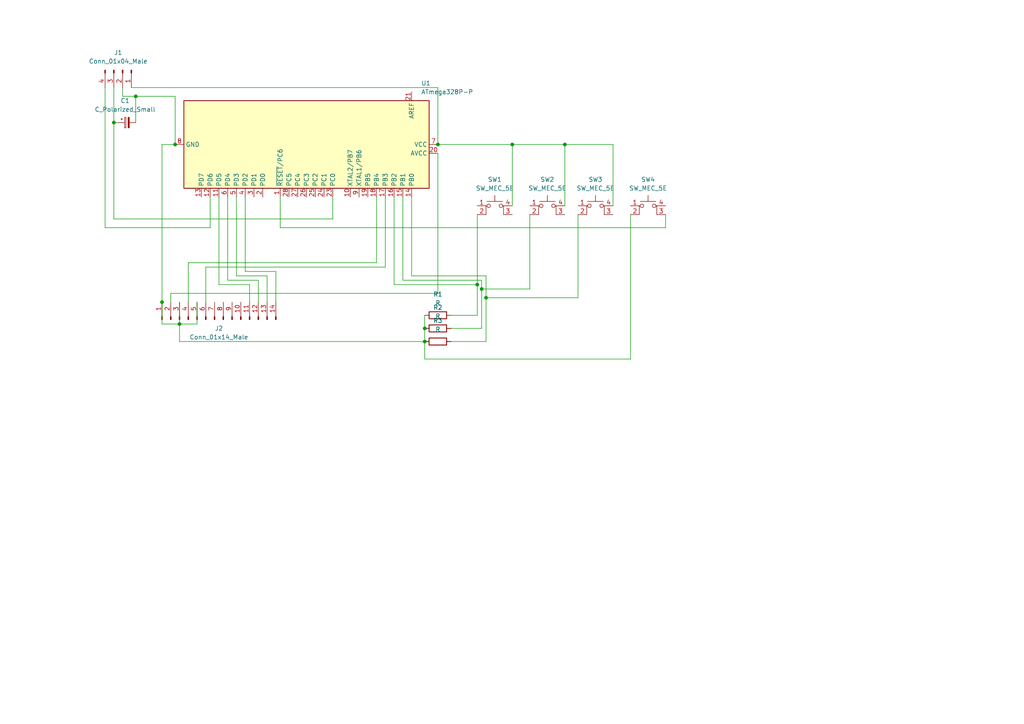
<source format=kicad_sch>
(kicad_sch (version 20211123) (generator eeschema)

  (uuid d199c38c-f5a7-45b5-b272-d435031b4eb2)

  (paper "A4")

  (lib_symbols
    (symbol "Connector:Conn_01x04_Male" (pin_names (offset 1.016) hide) (in_bom yes) (on_board yes)
      (property "Reference" "J" (id 0) (at 0 5.08 0)
        (effects (font (size 1.27 1.27)))
      )
      (property "Value" "Conn_01x04_Male" (id 1) (at 0 -7.62 0)
        (effects (font (size 1.27 1.27)))
      )
      (property "Footprint" "" (id 2) (at 0 0 0)
        (effects (font (size 1.27 1.27)) hide)
      )
      (property "Datasheet" "~" (id 3) (at 0 0 0)
        (effects (font (size 1.27 1.27)) hide)
      )
      (property "ki_keywords" "connector" (id 4) (at 0 0 0)
        (effects (font (size 1.27 1.27)) hide)
      )
      (property "ki_description" "Generic connector, single row, 01x04, script generated (kicad-library-utils/schlib/autogen/connector/)" (id 5) (at 0 0 0)
        (effects (font (size 1.27 1.27)) hide)
      )
      (property "ki_fp_filters" "Connector*:*_1x??_*" (id 6) (at 0 0 0)
        (effects (font (size 1.27 1.27)) hide)
      )
      (symbol "Conn_01x04_Male_1_1"
        (polyline
          (pts
            (xy 1.27 -5.08)
            (xy 0.8636 -5.08)
          )
          (stroke (width 0.1524) (type default) (color 0 0 0 0))
          (fill (type none))
        )
        (polyline
          (pts
            (xy 1.27 -2.54)
            (xy 0.8636 -2.54)
          )
          (stroke (width 0.1524) (type default) (color 0 0 0 0))
          (fill (type none))
        )
        (polyline
          (pts
            (xy 1.27 0)
            (xy 0.8636 0)
          )
          (stroke (width 0.1524) (type default) (color 0 0 0 0))
          (fill (type none))
        )
        (polyline
          (pts
            (xy 1.27 2.54)
            (xy 0.8636 2.54)
          )
          (stroke (width 0.1524) (type default) (color 0 0 0 0))
          (fill (type none))
        )
        (rectangle (start 0.8636 -4.953) (end 0 -5.207)
          (stroke (width 0.1524) (type default) (color 0 0 0 0))
          (fill (type outline))
        )
        (rectangle (start 0.8636 -2.413) (end 0 -2.667)
          (stroke (width 0.1524) (type default) (color 0 0 0 0))
          (fill (type outline))
        )
        (rectangle (start 0.8636 0.127) (end 0 -0.127)
          (stroke (width 0.1524) (type default) (color 0 0 0 0))
          (fill (type outline))
        )
        (rectangle (start 0.8636 2.667) (end 0 2.413)
          (stroke (width 0.1524) (type default) (color 0 0 0 0))
          (fill (type outline))
        )
        (pin passive line (at 5.08 2.54 180) (length 3.81)
          (name "Pin_1" (effects (font (size 1.27 1.27))))
          (number "1" (effects (font (size 1.27 1.27))))
        )
        (pin passive line (at 5.08 0 180) (length 3.81)
          (name "Pin_2" (effects (font (size 1.27 1.27))))
          (number "2" (effects (font (size 1.27 1.27))))
        )
        (pin passive line (at 5.08 -2.54 180) (length 3.81)
          (name "Pin_3" (effects (font (size 1.27 1.27))))
          (number "3" (effects (font (size 1.27 1.27))))
        )
        (pin passive line (at 5.08 -5.08 180) (length 3.81)
          (name "Pin_4" (effects (font (size 1.27 1.27))))
          (number "4" (effects (font (size 1.27 1.27))))
        )
      )
    )
    (symbol "Connector:Conn_01x14_Male" (pin_names (offset 1.016) hide) (in_bom yes) (on_board yes)
      (property "Reference" "J" (id 0) (at 0 17.78 0)
        (effects (font (size 1.27 1.27)))
      )
      (property "Value" "Conn_01x14_Male" (id 1) (at 0 -20.32 0)
        (effects (font (size 1.27 1.27)))
      )
      (property "Footprint" "" (id 2) (at 0 0 0)
        (effects (font (size 1.27 1.27)) hide)
      )
      (property "Datasheet" "~" (id 3) (at 0 0 0)
        (effects (font (size 1.27 1.27)) hide)
      )
      (property "ki_keywords" "connector" (id 4) (at 0 0 0)
        (effects (font (size 1.27 1.27)) hide)
      )
      (property "ki_description" "Generic connector, single row, 01x14, script generated (kicad-library-utils/schlib/autogen/connector/)" (id 5) (at 0 0 0)
        (effects (font (size 1.27 1.27)) hide)
      )
      (property "ki_fp_filters" "Connector*:*_1x??_*" (id 6) (at 0 0 0)
        (effects (font (size 1.27 1.27)) hide)
      )
      (symbol "Conn_01x14_Male_1_1"
        (polyline
          (pts
            (xy 1.27 -17.78)
            (xy 0.8636 -17.78)
          )
          (stroke (width 0.1524) (type default) (color 0 0 0 0))
          (fill (type none))
        )
        (polyline
          (pts
            (xy 1.27 -15.24)
            (xy 0.8636 -15.24)
          )
          (stroke (width 0.1524) (type default) (color 0 0 0 0))
          (fill (type none))
        )
        (polyline
          (pts
            (xy 1.27 -12.7)
            (xy 0.8636 -12.7)
          )
          (stroke (width 0.1524) (type default) (color 0 0 0 0))
          (fill (type none))
        )
        (polyline
          (pts
            (xy 1.27 -10.16)
            (xy 0.8636 -10.16)
          )
          (stroke (width 0.1524) (type default) (color 0 0 0 0))
          (fill (type none))
        )
        (polyline
          (pts
            (xy 1.27 -7.62)
            (xy 0.8636 -7.62)
          )
          (stroke (width 0.1524) (type default) (color 0 0 0 0))
          (fill (type none))
        )
        (polyline
          (pts
            (xy 1.27 -5.08)
            (xy 0.8636 -5.08)
          )
          (stroke (width 0.1524) (type default) (color 0 0 0 0))
          (fill (type none))
        )
        (polyline
          (pts
            (xy 1.27 -2.54)
            (xy 0.8636 -2.54)
          )
          (stroke (width 0.1524) (type default) (color 0 0 0 0))
          (fill (type none))
        )
        (polyline
          (pts
            (xy 1.27 0)
            (xy 0.8636 0)
          )
          (stroke (width 0.1524) (type default) (color 0 0 0 0))
          (fill (type none))
        )
        (polyline
          (pts
            (xy 1.27 2.54)
            (xy 0.8636 2.54)
          )
          (stroke (width 0.1524) (type default) (color 0 0 0 0))
          (fill (type none))
        )
        (polyline
          (pts
            (xy 1.27 5.08)
            (xy 0.8636 5.08)
          )
          (stroke (width 0.1524) (type default) (color 0 0 0 0))
          (fill (type none))
        )
        (polyline
          (pts
            (xy 1.27 7.62)
            (xy 0.8636 7.62)
          )
          (stroke (width 0.1524) (type default) (color 0 0 0 0))
          (fill (type none))
        )
        (polyline
          (pts
            (xy 1.27 10.16)
            (xy 0.8636 10.16)
          )
          (stroke (width 0.1524) (type default) (color 0 0 0 0))
          (fill (type none))
        )
        (polyline
          (pts
            (xy 1.27 12.7)
            (xy 0.8636 12.7)
          )
          (stroke (width 0.1524) (type default) (color 0 0 0 0))
          (fill (type none))
        )
        (polyline
          (pts
            (xy 1.27 15.24)
            (xy 0.8636 15.24)
          )
          (stroke (width 0.1524) (type default) (color 0 0 0 0))
          (fill (type none))
        )
        (rectangle (start 0.8636 -17.653) (end 0 -17.907)
          (stroke (width 0.1524) (type default) (color 0 0 0 0))
          (fill (type outline))
        )
        (rectangle (start 0.8636 -15.113) (end 0 -15.367)
          (stroke (width 0.1524) (type default) (color 0 0 0 0))
          (fill (type outline))
        )
        (rectangle (start 0.8636 -12.573) (end 0 -12.827)
          (stroke (width 0.1524) (type default) (color 0 0 0 0))
          (fill (type outline))
        )
        (rectangle (start 0.8636 -10.033) (end 0 -10.287)
          (stroke (width 0.1524) (type default) (color 0 0 0 0))
          (fill (type outline))
        )
        (rectangle (start 0.8636 -7.493) (end 0 -7.747)
          (stroke (width 0.1524) (type default) (color 0 0 0 0))
          (fill (type outline))
        )
        (rectangle (start 0.8636 -4.953) (end 0 -5.207)
          (stroke (width 0.1524) (type default) (color 0 0 0 0))
          (fill (type outline))
        )
        (rectangle (start 0.8636 -2.413) (end 0 -2.667)
          (stroke (width 0.1524) (type default) (color 0 0 0 0))
          (fill (type outline))
        )
        (rectangle (start 0.8636 0.127) (end 0 -0.127)
          (stroke (width 0.1524) (type default) (color 0 0 0 0))
          (fill (type outline))
        )
        (rectangle (start 0.8636 2.667) (end 0 2.413)
          (stroke (width 0.1524) (type default) (color 0 0 0 0))
          (fill (type outline))
        )
        (rectangle (start 0.8636 5.207) (end 0 4.953)
          (stroke (width 0.1524) (type default) (color 0 0 0 0))
          (fill (type outline))
        )
        (rectangle (start 0.8636 7.747) (end 0 7.493)
          (stroke (width 0.1524) (type default) (color 0 0 0 0))
          (fill (type outline))
        )
        (rectangle (start 0.8636 10.287) (end 0 10.033)
          (stroke (width 0.1524) (type default) (color 0 0 0 0))
          (fill (type outline))
        )
        (rectangle (start 0.8636 12.827) (end 0 12.573)
          (stroke (width 0.1524) (type default) (color 0 0 0 0))
          (fill (type outline))
        )
        (rectangle (start 0.8636 15.367) (end 0 15.113)
          (stroke (width 0.1524) (type default) (color 0 0 0 0))
          (fill (type outline))
        )
        (pin passive line (at 5.08 15.24 180) (length 3.81)
          (name "Pin_1" (effects (font (size 1.27 1.27))))
          (number "1" (effects (font (size 1.27 1.27))))
        )
        (pin passive line (at 5.08 -7.62 180) (length 3.81)
          (name "Pin_10" (effects (font (size 1.27 1.27))))
          (number "10" (effects (font (size 1.27 1.27))))
        )
        (pin passive line (at 5.08 -10.16 180) (length 3.81)
          (name "Pin_11" (effects (font (size 1.27 1.27))))
          (number "11" (effects (font (size 1.27 1.27))))
        )
        (pin passive line (at 5.08 -12.7 180) (length 3.81)
          (name "Pin_12" (effects (font (size 1.27 1.27))))
          (number "12" (effects (font (size 1.27 1.27))))
        )
        (pin passive line (at 5.08 -15.24 180) (length 3.81)
          (name "Pin_13" (effects (font (size 1.27 1.27))))
          (number "13" (effects (font (size 1.27 1.27))))
        )
        (pin passive line (at 5.08 -17.78 180) (length 3.81)
          (name "Pin_14" (effects (font (size 1.27 1.27))))
          (number "14" (effects (font (size 1.27 1.27))))
        )
        (pin passive line (at 5.08 12.7 180) (length 3.81)
          (name "Pin_2" (effects (font (size 1.27 1.27))))
          (number "2" (effects (font (size 1.27 1.27))))
        )
        (pin passive line (at 5.08 10.16 180) (length 3.81)
          (name "Pin_3" (effects (font (size 1.27 1.27))))
          (number "3" (effects (font (size 1.27 1.27))))
        )
        (pin passive line (at 5.08 7.62 180) (length 3.81)
          (name "Pin_4" (effects (font (size 1.27 1.27))))
          (number "4" (effects (font (size 1.27 1.27))))
        )
        (pin passive line (at 5.08 5.08 180) (length 3.81)
          (name "Pin_5" (effects (font (size 1.27 1.27))))
          (number "5" (effects (font (size 1.27 1.27))))
        )
        (pin passive line (at 5.08 2.54 180) (length 3.81)
          (name "Pin_6" (effects (font (size 1.27 1.27))))
          (number "6" (effects (font (size 1.27 1.27))))
        )
        (pin passive line (at 5.08 0 180) (length 3.81)
          (name "Pin_7" (effects (font (size 1.27 1.27))))
          (number "7" (effects (font (size 1.27 1.27))))
        )
        (pin passive line (at 5.08 -2.54 180) (length 3.81)
          (name "Pin_8" (effects (font (size 1.27 1.27))))
          (number "8" (effects (font (size 1.27 1.27))))
        )
        (pin passive line (at 5.08 -5.08 180) (length 3.81)
          (name "Pin_9" (effects (font (size 1.27 1.27))))
          (number "9" (effects (font (size 1.27 1.27))))
        )
      )
    )
    (symbol "Device:C_Polarized_Small" (pin_numbers hide) (pin_names (offset 0.254) hide) (in_bom yes) (on_board yes)
      (property "Reference" "C" (id 0) (at 0.254 1.778 0)
        (effects (font (size 1.27 1.27)) (justify left))
      )
      (property "Value" "C_Polarized_Small" (id 1) (at 0.254 -2.032 0)
        (effects (font (size 1.27 1.27)) (justify left))
      )
      (property "Footprint" "" (id 2) (at 0 0 0)
        (effects (font (size 1.27 1.27)) hide)
      )
      (property "Datasheet" "~" (id 3) (at 0 0 0)
        (effects (font (size 1.27 1.27)) hide)
      )
      (property "ki_keywords" "cap capacitor" (id 4) (at 0 0 0)
        (effects (font (size 1.27 1.27)) hide)
      )
      (property "ki_description" "Polarized capacitor, small symbol" (id 5) (at 0 0 0)
        (effects (font (size 1.27 1.27)) hide)
      )
      (property "ki_fp_filters" "CP_*" (id 6) (at 0 0 0)
        (effects (font (size 1.27 1.27)) hide)
      )
      (symbol "C_Polarized_Small_0_1"
        (rectangle (start -1.524 -0.3048) (end 1.524 -0.6858)
          (stroke (width 0) (type default) (color 0 0 0 0))
          (fill (type outline))
        )
        (rectangle (start -1.524 0.6858) (end 1.524 0.3048)
          (stroke (width 0) (type default) (color 0 0 0 0))
          (fill (type none))
        )
        (polyline
          (pts
            (xy -1.27 1.524)
            (xy -0.762 1.524)
          )
          (stroke (width 0) (type default) (color 0 0 0 0))
          (fill (type none))
        )
        (polyline
          (pts
            (xy -1.016 1.27)
            (xy -1.016 1.778)
          )
          (stroke (width 0) (type default) (color 0 0 0 0))
          (fill (type none))
        )
      )
      (symbol "C_Polarized_Small_1_1"
        (pin passive line (at 0 2.54 270) (length 1.8542)
          (name "~" (effects (font (size 1.27 1.27))))
          (number "1" (effects (font (size 1.27 1.27))))
        )
        (pin passive line (at 0 -2.54 90) (length 1.8542)
          (name "~" (effects (font (size 1.27 1.27))))
          (number "2" (effects (font (size 1.27 1.27))))
        )
      )
    )
    (symbol "Device:R" (pin_numbers hide) (pin_names (offset 0)) (in_bom yes) (on_board yes)
      (property "Reference" "R" (id 0) (at 2.032 0 90)
        (effects (font (size 1.27 1.27)))
      )
      (property "Value" "R" (id 1) (at 0 0 90)
        (effects (font (size 1.27 1.27)))
      )
      (property "Footprint" "" (id 2) (at -1.778 0 90)
        (effects (font (size 1.27 1.27)) hide)
      )
      (property "Datasheet" "~" (id 3) (at 0 0 0)
        (effects (font (size 1.27 1.27)) hide)
      )
      (property "ki_keywords" "R res resistor" (id 4) (at 0 0 0)
        (effects (font (size 1.27 1.27)) hide)
      )
      (property "ki_description" "Resistor" (id 5) (at 0 0 0)
        (effects (font (size 1.27 1.27)) hide)
      )
      (property "ki_fp_filters" "R_*" (id 6) (at 0 0 0)
        (effects (font (size 1.27 1.27)) hide)
      )
      (symbol "R_0_1"
        (rectangle (start -1.016 -2.54) (end 1.016 2.54)
          (stroke (width 0.254) (type default) (color 0 0 0 0))
          (fill (type none))
        )
      )
      (symbol "R_1_1"
        (pin passive line (at 0 3.81 270) (length 1.27)
          (name "~" (effects (font (size 1.27 1.27))))
          (number "1" (effects (font (size 1.27 1.27))))
        )
        (pin passive line (at 0 -3.81 90) (length 1.27)
          (name "~" (effects (font (size 1.27 1.27))))
          (number "2" (effects (font (size 1.27 1.27))))
        )
      )
    )
    (symbol "MCU_Microchip_ATmega:ATmega328P-P" (in_bom yes) (on_board yes)
      (property "Reference" "U" (id 0) (at -12.7 36.83 0)
        (effects (font (size 1.27 1.27)) (justify left bottom))
      )
      (property "Value" "ATmega328P-P" (id 1) (at 2.54 -36.83 0)
        (effects (font (size 1.27 1.27)) (justify left top))
      )
      (property "Footprint" "Package_DIP:DIP-28_W7.62mm" (id 2) (at 0 0 0)
        (effects (font (size 1.27 1.27) italic) hide)
      )
      (property "Datasheet" "http://ww1.microchip.com/downloads/en/DeviceDoc/ATmega328_P%20AVR%20MCU%20with%20picoPower%20Technology%20Data%20Sheet%2040001984A.pdf" (id 3) (at 0 0 0)
        (effects (font (size 1.27 1.27)) hide)
      )
      (property "ki_keywords" "AVR 8bit Microcontroller MegaAVR PicoPower" (id 4) (at 0 0 0)
        (effects (font (size 1.27 1.27)) hide)
      )
      (property "ki_description" "20MHz, 32kB Flash, 2kB SRAM, 1kB EEPROM, DIP-28" (id 5) (at 0 0 0)
        (effects (font (size 1.27 1.27)) hide)
      )
      (property "ki_fp_filters" "DIP*W7.62mm*" (id 6) (at 0 0 0)
        (effects (font (size 1.27 1.27)) hide)
      )
      (symbol "ATmega328P-P_0_1"
        (rectangle (start -12.7 -35.56) (end 12.7 35.56)
          (stroke (width 0.254) (type default) (color 0 0 0 0))
          (fill (type background))
        )
      )
      (symbol "ATmega328P-P_1_1"
        (pin bidirectional line (at 15.24 -7.62 180) (length 2.54)
          (name "~{RESET}/PC6" (effects (font (size 1.27 1.27))))
          (number "1" (effects (font (size 1.27 1.27))))
        )
        (pin bidirectional line (at 15.24 12.7 180) (length 2.54)
          (name "XTAL2/PB7" (effects (font (size 1.27 1.27))))
          (number "10" (effects (font (size 1.27 1.27))))
        )
        (pin bidirectional line (at 15.24 -25.4 180) (length 2.54)
          (name "PD5" (effects (font (size 1.27 1.27))))
          (number "11" (effects (font (size 1.27 1.27))))
        )
        (pin bidirectional line (at 15.24 -27.94 180) (length 2.54)
          (name "PD6" (effects (font (size 1.27 1.27))))
          (number "12" (effects (font (size 1.27 1.27))))
        )
        (pin bidirectional line (at 15.24 -30.48 180) (length 2.54)
          (name "PD7" (effects (font (size 1.27 1.27))))
          (number "13" (effects (font (size 1.27 1.27))))
        )
        (pin bidirectional line (at 15.24 30.48 180) (length 2.54)
          (name "PB0" (effects (font (size 1.27 1.27))))
          (number "14" (effects (font (size 1.27 1.27))))
        )
        (pin bidirectional line (at 15.24 27.94 180) (length 2.54)
          (name "PB1" (effects (font (size 1.27 1.27))))
          (number "15" (effects (font (size 1.27 1.27))))
        )
        (pin bidirectional line (at 15.24 25.4 180) (length 2.54)
          (name "PB2" (effects (font (size 1.27 1.27))))
          (number "16" (effects (font (size 1.27 1.27))))
        )
        (pin bidirectional line (at 15.24 22.86 180) (length 2.54)
          (name "PB3" (effects (font (size 1.27 1.27))))
          (number "17" (effects (font (size 1.27 1.27))))
        )
        (pin bidirectional line (at 15.24 20.32 180) (length 2.54)
          (name "PB4" (effects (font (size 1.27 1.27))))
          (number "18" (effects (font (size 1.27 1.27))))
        )
        (pin bidirectional line (at 15.24 17.78 180) (length 2.54)
          (name "PB5" (effects (font (size 1.27 1.27))))
          (number "19" (effects (font (size 1.27 1.27))))
        )
        (pin bidirectional line (at 15.24 -12.7 180) (length 2.54)
          (name "PD0" (effects (font (size 1.27 1.27))))
          (number "2" (effects (font (size 1.27 1.27))))
        )
        (pin power_in line (at 2.54 38.1 270) (length 2.54)
          (name "AVCC" (effects (font (size 1.27 1.27))))
          (number "20" (effects (font (size 1.27 1.27))))
        )
        (pin passive line (at -15.24 30.48 0) (length 2.54)
          (name "AREF" (effects (font (size 1.27 1.27))))
          (number "21" (effects (font (size 1.27 1.27))))
        )
        (pin passive line (at 0 -38.1 90) (length 2.54) hide
          (name "GND" (effects (font (size 1.27 1.27))))
          (number "22" (effects (font (size 1.27 1.27))))
        )
        (pin bidirectional line (at 15.24 7.62 180) (length 2.54)
          (name "PC0" (effects (font (size 1.27 1.27))))
          (number "23" (effects (font (size 1.27 1.27))))
        )
        (pin bidirectional line (at 15.24 5.08 180) (length 2.54)
          (name "PC1" (effects (font (size 1.27 1.27))))
          (number "24" (effects (font (size 1.27 1.27))))
        )
        (pin bidirectional line (at 15.24 2.54 180) (length 2.54)
          (name "PC2" (effects (font (size 1.27 1.27))))
          (number "25" (effects (font (size 1.27 1.27))))
        )
        (pin bidirectional line (at 15.24 0 180) (length 2.54)
          (name "PC3" (effects (font (size 1.27 1.27))))
          (number "26" (effects (font (size 1.27 1.27))))
        )
        (pin bidirectional line (at 15.24 -2.54 180) (length 2.54)
          (name "PC4" (effects (font (size 1.27 1.27))))
          (number "27" (effects (font (size 1.27 1.27))))
        )
        (pin bidirectional line (at 15.24 -5.08 180) (length 2.54)
          (name "PC5" (effects (font (size 1.27 1.27))))
          (number "28" (effects (font (size 1.27 1.27))))
        )
        (pin bidirectional line (at 15.24 -15.24 180) (length 2.54)
          (name "PD1" (effects (font (size 1.27 1.27))))
          (number "3" (effects (font (size 1.27 1.27))))
        )
        (pin bidirectional line (at 15.24 -17.78 180) (length 2.54)
          (name "PD2" (effects (font (size 1.27 1.27))))
          (number "4" (effects (font (size 1.27 1.27))))
        )
        (pin bidirectional line (at 15.24 -20.32 180) (length 2.54)
          (name "PD3" (effects (font (size 1.27 1.27))))
          (number "5" (effects (font (size 1.27 1.27))))
        )
        (pin bidirectional line (at 15.24 -22.86 180) (length 2.54)
          (name "PD4" (effects (font (size 1.27 1.27))))
          (number "6" (effects (font (size 1.27 1.27))))
        )
        (pin power_in line (at 0 38.1 270) (length 2.54)
          (name "VCC" (effects (font (size 1.27 1.27))))
          (number "7" (effects (font (size 1.27 1.27))))
        )
        (pin power_in line (at 0 -38.1 90) (length 2.54)
          (name "GND" (effects (font (size 1.27 1.27))))
          (number "8" (effects (font (size 1.27 1.27))))
        )
        (pin bidirectional line (at 15.24 15.24 180) (length 2.54)
          (name "XTAL1/PB6" (effects (font (size 1.27 1.27))))
          (number "9" (effects (font (size 1.27 1.27))))
        )
      )
    )
    (symbol "Switch:SW_MEC_5E" (pin_names (offset 1.016) hide) (in_bom yes) (on_board yes)
      (property "Reference" "SW" (id 0) (at 0.635 5.715 0)
        (effects (font (size 1.27 1.27)) (justify left))
      )
      (property "Value" "SW_MEC_5E" (id 1) (at 0 -3.175 0)
        (effects (font (size 1.27 1.27)))
      )
      (property "Footprint" "" (id 2) (at 0 7.62 0)
        (effects (font (size 1.27 1.27)) hide)
      )
      (property "Datasheet" "http://www.apem.com/int/index.php?controller=attachment&id_attachment=1371" (id 3) (at 0 7.62 0)
        (effects (font (size 1.27 1.27)) hide)
      )
      (property "ki_keywords" "switch normally-open pushbutton push-button" (id 4) (at 0 0 0)
        (effects (font (size 1.27 1.27)) hide)
      )
      (property "ki_description" "MEC 5E single pole normally-open tactile switch" (id 5) (at 0 0 0)
        (effects (font (size 1.27 1.27)) hide)
      )
      (property "ki_fp_filters" "SW*MEC*5G*" (id 6) (at 0 0 0)
        (effects (font (size 1.27 1.27)) hide)
      )
      (symbol "SW_MEC_5E_0_1"
        (circle (center -1.778 2.54) (radius 0.508)
          (stroke (width 0) (type default) (color 0 0 0 0))
          (fill (type none))
        )
        (polyline
          (pts
            (xy -2.286 3.81)
            (xy 2.286 3.81)
          )
          (stroke (width 0) (type default) (color 0 0 0 0))
          (fill (type none))
        )
        (polyline
          (pts
            (xy 0 3.81)
            (xy 0 5.588)
          )
          (stroke (width 0) (type default) (color 0 0 0 0))
          (fill (type none))
        )
        (polyline
          (pts
            (xy -2.54 0)
            (xy -2.54 2.54)
            (xy -2.286 2.54)
          )
          (stroke (width 0) (type default) (color 0 0 0 0))
          (fill (type none))
        )
        (polyline
          (pts
            (xy 2.54 0)
            (xy 2.54 2.54)
            (xy 2.286 2.54)
          )
          (stroke (width 0) (type default) (color 0 0 0 0))
          (fill (type none))
        )
        (circle (center 1.778 2.54) (radius 0.508)
          (stroke (width 0) (type default) (color 0 0 0 0))
          (fill (type none))
        )
        (pin passive line (at -5.08 2.54 0) (length 2.54)
          (name "1" (effects (font (size 1.27 1.27))))
          (number "1" (effects (font (size 1.27 1.27))))
        )
        (pin passive line (at -5.08 0 0) (length 2.54)
          (name "2" (effects (font (size 1.27 1.27))))
          (number "2" (effects (font (size 1.27 1.27))))
        )
        (pin passive line (at 5.08 0 180) (length 2.54)
          (name "K" (effects (font (size 1.27 1.27))))
          (number "3" (effects (font (size 1.27 1.27))))
        )
        (pin passive line (at 5.08 2.54 180) (length 2.54)
          (name "A" (effects (font (size 1.27 1.27))))
          (number "4" (effects (font (size 1.27 1.27))))
        )
      )
    )
  )

  (junction (at 33.02 35.56) (diameter 0) (color 0 0 0 0)
    (uuid 0e4c25c6-308f-481e-bf45-ea35a5ddab0d)
  )
  (junction (at 50.8 41.91) (diameter 0) (color 0 0 0 0)
    (uuid 2c6e5522-6d2b-4f81-8738-f02b3156249c)
  )
  (junction (at 52.07 93.98) (diameter 0) (color 0 0 0 0)
    (uuid 4976cbab-3e50-4864-bed9-06244a49bc67)
  )
  (junction (at 140.97 86.36) (diameter 0) (color 0 0 0 0)
    (uuid 4ba37333-c1ef-408c-b8ed-01e23dac5602)
  )
  (junction (at 148.59 41.91) (diameter 0) (color 0 0 0 0)
    (uuid 6d17cc5a-648e-43ab-be81-f878e2b42339)
  )
  (junction (at 139.7 83.82) (diameter 0) (color 0 0 0 0)
    (uuid 6e5d0611-3aaf-4684-8130-42b02d8f1cef)
  )
  (junction (at 123.19 95.25) (diameter 0) (color 0 0 0 0)
    (uuid 7511d6c8-17ac-4533-a32d-9ac7b05f2916)
  )
  (junction (at 123.19 99.06) (diameter 0) (color 0 0 0 0)
    (uuid 817a7522-59af-4ee3-a73a-02bbdb7d70f0)
  )
  (junction (at 39.37 27.94) (diameter 0) (color 0 0 0 0)
    (uuid 96f5b35c-a95e-4047-88c2-c1982d5ae813)
  )
  (junction (at 138.43 82.55) (diameter 0) (color 0 0 0 0)
    (uuid afcc021a-4fac-4a36-9d0a-9cd74a6c9434)
  )
  (junction (at 127 41.91) (diameter 0) (color 0 0 0 0)
    (uuid b7ceb2cd-06bf-4a89-a7ea-2d9b8cf2f8b4)
  )
  (junction (at 163.83 41.91) (diameter 0) (color 0 0 0 0)
    (uuid d54da8e3-d8ab-411c-9438-ae1a03a9a0f3)
  )
  (junction (at 46.99 87.63) (diameter 0) (color 0 0 0 0)
    (uuid fec69fff-fcbb-454a-9a84-6914e433233e)
  )

  (wire (pts (xy 68.58 80.01) (xy 77.47 80.01))
    (stroke (width 0) (type default) (color 0 0 0 0))
    (uuid 096473b4-edbc-45aa-b511-6f9ec1620447)
  )
  (wire (pts (xy 148.59 59.69) (xy 148.59 41.91))
    (stroke (width 0) (type default) (color 0 0 0 0))
    (uuid 0a3a3ee1-1846-4c53-a6a1-9cd14c385146)
  )
  (wire (pts (xy 49.53 85.09) (xy 49.53 87.63))
    (stroke (width 0) (type default) (color 0 0 0 0))
    (uuid 0a4455ea-31cc-4698-a2bf-23362ffaaaea)
  )
  (wire (pts (xy 139.7 83.82) (xy 139.7 95.25))
    (stroke (width 0) (type default) (color 0 0 0 0))
    (uuid 0ec1bbdb-6070-402a-9fc5-9b28d109aaaa)
  )
  (wire (pts (xy 35.56 25.4) (xy 35.56 27.94))
    (stroke (width 0) (type default) (color 0 0 0 0))
    (uuid 1073c9c4-ac33-44e0-b344-26a668b075bc)
  )
  (wire (pts (xy 60.96 66.04) (xy 30.48 66.04))
    (stroke (width 0) (type default) (color 0 0 0 0))
    (uuid 17d3bb21-2844-4adc-8ec6-83bc752bedb5)
  )
  (wire (pts (xy 50.8 27.94) (xy 50.8 41.91))
    (stroke (width 0) (type default) (color 0 0 0 0))
    (uuid 21009e9d-a06f-4383-bc61-f1038c89ebc2)
  )
  (wire (pts (xy 163.83 59.69) (xy 163.83 41.91))
    (stroke (width 0) (type default) (color 0 0 0 0))
    (uuid 24088b17-585d-4a0a-9d2e-f7add7ab0b08)
  )
  (wire (pts (xy 148.59 41.91) (xy 163.83 41.91))
    (stroke (width 0) (type default) (color 0 0 0 0))
    (uuid 25bb273a-ffa4-4189-9e17-2fab58deb397)
  )
  (wire (pts (xy 153.67 83.82) (xy 139.7 83.82))
    (stroke (width 0) (type default) (color 0 0 0 0))
    (uuid 28d3203f-ee79-47bb-9efd-b514c54ec1af)
  )
  (wire (pts (xy 74.93 81.28) (xy 74.93 87.63))
    (stroke (width 0) (type default) (color 0 0 0 0))
    (uuid 29ca9eed-f091-4f9c-9d77-4570b1b5170d)
  )
  (wire (pts (xy 52.07 93.98) (xy 46.99 93.98))
    (stroke (width 0) (type default) (color 0 0 0 0))
    (uuid 2a59be81-0370-402a-9f69-498fc7dfc4f1)
  )
  (wire (pts (xy 182.88 104.14) (xy 123.19 104.14))
    (stroke (width 0) (type default) (color 0 0 0 0))
    (uuid 37809647-1ffd-4d26-8e08-093b50bf9f29)
  )
  (wire (pts (xy 109.22 57.15) (xy 109.22 76.2))
    (stroke (width 0) (type default) (color 0 0 0 0))
    (uuid 3b09b366-78c5-40bc-be3a-3ad3a4e4af5f)
  )
  (wire (pts (xy 139.7 81.28) (xy 139.7 83.82))
    (stroke (width 0) (type default) (color 0 0 0 0))
    (uuid 421c9726-9d66-45bd-93d1-8e486d4afe8b)
  )
  (wire (pts (xy 123.19 95.25) (xy 123.19 99.06))
    (stroke (width 0) (type default) (color 0 0 0 0))
    (uuid 458b16b2-7d2b-4b04-93e9-88df121fea11)
  )
  (wire (pts (xy 33.02 35.56) (xy 33.02 25.4))
    (stroke (width 0) (type default) (color 0 0 0 0))
    (uuid 47411eef-79ec-4075-8285-8c60d017f96b)
  )
  (wire (pts (xy 68.58 57.15) (xy 68.58 80.01))
    (stroke (width 0) (type default) (color 0 0 0 0))
    (uuid 47fd913f-caff-4948-a7cd-2633b44d4364)
  )
  (wire (pts (xy 39.37 27.94) (xy 39.37 35.56))
    (stroke (width 0) (type default) (color 0 0 0 0))
    (uuid 4a62acf5-cb1b-45fe-accd-db32f69f7024)
  )
  (wire (pts (xy 127 41.91) (xy 148.59 41.91))
    (stroke (width 0) (type default) (color 0 0 0 0))
    (uuid 4cf8448f-149e-4bd0-808d-d51ab63a0f37)
  )
  (wire (pts (xy 130.81 91.44) (xy 138.43 91.44))
    (stroke (width 0) (type default) (color 0 0 0 0))
    (uuid 4e0b9a38-1752-402d-b033-6cd49703bf97)
  )
  (wire (pts (xy 71.12 78.74) (xy 80.01 78.74))
    (stroke (width 0) (type default) (color 0 0 0 0))
    (uuid 4ed9dd8d-3ef5-421a-83f8-13db2001bc3b)
  )
  (wire (pts (xy 57.15 87.63) (xy 57.15 93.98))
    (stroke (width 0) (type default) (color 0 0 0 0))
    (uuid 57e3e0c6-b845-4728-a3c4-e3d27b5edb25)
  )
  (wire (pts (xy 123.19 104.14) (xy 123.19 99.06))
    (stroke (width 0) (type default) (color 0 0 0 0))
    (uuid 5a9e934c-81b2-4cfa-bb26-3ab76a3feb96)
  )
  (wire (pts (xy 140.97 80.01) (xy 140.97 86.36))
    (stroke (width 0) (type default) (color 0 0 0 0))
    (uuid 5bdb0a2b-32b5-4d15-84e4-ceb9cec01e39)
  )
  (wire (pts (xy 116.84 81.28) (xy 139.7 81.28))
    (stroke (width 0) (type default) (color 0 0 0 0))
    (uuid 608919a5-0bad-4ec7-a372-a0e6c08626f9)
  )
  (wire (pts (xy 127 85.09) (xy 49.53 85.09))
    (stroke (width 0) (type default) (color 0 0 0 0))
    (uuid 62a6403b-d1a0-4ddf-b437-1ff455968cf3)
  )
  (wire (pts (xy 54.61 76.2) (xy 54.61 87.63))
    (stroke (width 0) (type default) (color 0 0 0 0))
    (uuid 66631197-e833-4dc8-ab6d-304c60f1ca30)
  )
  (wire (pts (xy 119.38 80.01) (xy 140.97 80.01))
    (stroke (width 0) (type default) (color 0 0 0 0))
    (uuid 6948944b-226c-4f9f-acbe-41ca1dac1bec)
  )
  (wire (pts (xy 81.28 66.04) (xy 193.04 66.04))
    (stroke (width 0) (type default) (color 0 0 0 0))
    (uuid 6dca2ede-7779-4630-bd95-8fc33effd45c)
  )
  (wire (pts (xy 138.43 82.55) (xy 138.43 91.44))
    (stroke (width 0) (type default) (color 0 0 0 0))
    (uuid 6e95658e-05d2-464b-b613-b9d8455a301b)
  )
  (wire (pts (xy 66.04 57.15) (xy 66.04 81.28))
    (stroke (width 0) (type default) (color 0 0 0 0))
    (uuid 70d36776-2b7e-4a89-ae1c-cd2f8ecb7d35)
  )
  (wire (pts (xy 127 44.45) (xy 127 85.09))
    (stroke (width 0) (type default) (color 0 0 0 0))
    (uuid 77b20672-fd23-47e9-826b-051d120bd6d9)
  )
  (wire (pts (xy 177.8 59.69) (xy 177.8 41.91))
    (stroke (width 0) (type default) (color 0 0 0 0))
    (uuid 7aabef6f-62fd-45a1-9967-690b5c22392a)
  )
  (wire (pts (xy 116.84 57.15) (xy 116.84 81.28))
    (stroke (width 0) (type default) (color 0 0 0 0))
    (uuid 7ab88720-45e0-4c1c-9dae-25f5fabc3d2e)
  )
  (wire (pts (xy 46.99 87.63) (xy 46.99 93.98))
    (stroke (width 0) (type default) (color 0 0 0 0))
    (uuid 7bec722e-d15f-47ae-923b-fa109710ebef)
  )
  (wire (pts (xy 193.04 66.04) (xy 193.04 62.23))
    (stroke (width 0) (type default) (color 0 0 0 0))
    (uuid 8121c474-c47e-4881-b4a8-c3e19de48fa8)
  )
  (wire (pts (xy 111.76 57.15) (xy 111.76 77.47))
    (stroke (width 0) (type default) (color 0 0 0 0))
    (uuid 84ad03da-4fbb-4643-9497-cb1dc95fc527)
  )
  (wire (pts (xy 33.02 35.56) (xy 34.29 35.56))
    (stroke (width 0) (type default) (color 0 0 0 0))
    (uuid 87270917-1206-4c57-bb7c-8094788dc220)
  )
  (wire (pts (xy 167.64 86.36) (xy 140.97 86.36))
    (stroke (width 0) (type default) (color 0 0 0 0))
    (uuid 8972f07c-b033-4519-88d5-50aeb9b4839b)
  )
  (wire (pts (xy 123.19 91.44) (xy 123.19 95.25))
    (stroke (width 0) (type default) (color 0 0 0 0))
    (uuid 8a6e9c8c-b3e6-4b85-8a43-72cf21d818de)
  )
  (wire (pts (xy 72.39 82.55) (xy 63.5 82.55))
    (stroke (width 0) (type default) (color 0 0 0 0))
    (uuid 8acb9977-7b04-4cb5-8d29-ad8c5da58ddb)
  )
  (wire (pts (xy 96.52 57.15) (xy 96.52 63.5))
    (stroke (width 0) (type default) (color 0 0 0 0))
    (uuid 8babb70a-f8d8-4854-a993-f10041296680)
  )
  (wire (pts (xy 66.04 81.28) (xy 74.93 81.28))
    (stroke (width 0) (type default) (color 0 0 0 0))
    (uuid 8bd297c4-231b-479d-9439-42f79e8f74b9)
  )
  (wire (pts (xy 109.22 76.2) (xy 54.61 76.2))
    (stroke (width 0) (type default) (color 0 0 0 0))
    (uuid 8eefe861-d1da-4f5e-856b-7e73ce3e9ba5)
  )
  (wire (pts (xy 127 25.4) (xy 127 41.91))
    (stroke (width 0) (type default) (color 0 0 0 0))
    (uuid 8fa7d7d9-6556-49ef-9b36-6fadb600bc2a)
  )
  (wire (pts (xy 33.02 63.5) (xy 33.02 35.56))
    (stroke (width 0) (type default) (color 0 0 0 0))
    (uuid 9443f26b-42b4-4ddf-ab9b-27d67f35cb24)
  )
  (wire (pts (xy 63.5 82.55) (xy 63.5 57.15))
    (stroke (width 0) (type default) (color 0 0 0 0))
    (uuid 9589281c-14c9-4926-a82a-fdb374dac8c9)
  )
  (wire (pts (xy 57.15 93.98) (xy 52.07 93.98))
    (stroke (width 0) (type default) (color 0 0 0 0))
    (uuid 962a87f5-31d6-4072-aa69-dfc40e376fb9)
  )
  (wire (pts (xy 52.07 87.63) (xy 52.07 93.98))
    (stroke (width 0) (type default) (color 0 0 0 0))
    (uuid 9995c406-ecd4-42c5-96e2-093832a7bbe0)
  )
  (wire (pts (xy 80.01 78.74) (xy 80.01 87.63))
    (stroke (width 0) (type default) (color 0 0 0 0))
    (uuid 9ab74b88-9599-4059-8c35-d9fb3b63b0ae)
  )
  (wire (pts (xy 72.39 87.63) (xy 72.39 82.55))
    (stroke (width 0) (type default) (color 0 0 0 0))
    (uuid a0d67733-e6e7-48ec-abe3-d0a9ebc684a7)
  )
  (wire (pts (xy 96.52 63.5) (xy 33.02 63.5))
    (stroke (width 0) (type default) (color 0 0 0 0))
    (uuid a9a8e899-8eff-405c-9107-b948f3646d9d)
  )
  (wire (pts (xy 46.99 41.91) (xy 50.8 41.91))
    (stroke (width 0) (type default) (color 0 0 0 0))
    (uuid ae01eed8-e70c-4040-857b-dea3b1642465)
  )
  (wire (pts (xy 114.3 82.55) (xy 138.43 82.55))
    (stroke (width 0) (type default) (color 0 0 0 0))
    (uuid b83c2a09-8c6c-48f4-a404-ca4492c1ac67)
  )
  (wire (pts (xy 182.88 62.23) (xy 182.88 104.14))
    (stroke (width 0) (type default) (color 0 0 0 0))
    (uuid bdf5deba-5ec0-4f0d-ba84-5ed29d9c7124)
  )
  (wire (pts (xy 138.43 62.23) (xy 138.43 82.55))
    (stroke (width 0) (type default) (color 0 0 0 0))
    (uuid be3a8133-8684-407c-bf16-a301d3e757ff)
  )
  (wire (pts (xy 119.38 57.15) (xy 119.38 80.01))
    (stroke (width 0) (type default) (color 0 0 0 0))
    (uuid c21ef5fc-a5dc-4e7d-a4d2-04ca560d6705)
  )
  (wire (pts (xy 38.1 25.4) (xy 127 25.4))
    (stroke (width 0) (type default) (color 0 0 0 0))
    (uuid c5ea5179-4344-4043-8c14-f785750d9435)
  )
  (wire (pts (xy 46.99 41.91) (xy 46.99 87.63))
    (stroke (width 0) (type default) (color 0 0 0 0))
    (uuid c9830359-b771-4ed3-9c1d-8c966cad0aee)
  )
  (wire (pts (xy 59.69 87.63) (xy 59.69 77.47))
    (stroke (width 0) (type default) (color 0 0 0 0))
    (uuid cd8f36c4-219b-475c-b7b4-fc03d99200fa)
  )
  (wire (pts (xy 114.3 57.15) (xy 114.3 82.55))
    (stroke (width 0) (type default) (color 0 0 0 0))
    (uuid ceef5ae8-5398-4ff2-b856-cc3fbc21e5ed)
  )
  (wire (pts (xy 153.67 62.23) (xy 153.67 83.82))
    (stroke (width 0) (type default) (color 0 0 0 0))
    (uuid cfe04d9e-0540-4f4f-a53b-d82020efbab6)
  )
  (wire (pts (xy 130.81 95.25) (xy 139.7 95.25))
    (stroke (width 0) (type default) (color 0 0 0 0))
    (uuid d02bbb65-b2a9-429a-b3d7-62f525c4915e)
  )
  (wire (pts (xy 163.83 41.91) (xy 177.8 41.91))
    (stroke (width 0) (type default) (color 0 0 0 0))
    (uuid d06db39a-f61d-4a2e-82e2-1f82a63d96fa)
  )
  (wire (pts (xy 77.47 80.01) (xy 77.47 87.63))
    (stroke (width 0) (type default) (color 0 0 0 0))
    (uuid d1ede147-a570-448a-9808-b338d718fd51)
  )
  (wire (pts (xy 140.97 86.36) (xy 140.97 99.06))
    (stroke (width 0) (type default) (color 0 0 0 0))
    (uuid d6346fdb-d0ab-48de-9333-3fb93089bf50)
  )
  (wire (pts (xy 167.64 62.23) (xy 167.64 86.36))
    (stroke (width 0) (type default) (color 0 0 0 0))
    (uuid d9803838-51c3-48c1-b444-d25565340342)
  )
  (wire (pts (xy 123.19 99.06) (xy 52.07 99.06))
    (stroke (width 0) (type default) (color 0 0 0 0))
    (uuid db0fe712-a359-4a21-91de-8b17a0771f2e)
  )
  (wire (pts (xy 130.81 99.06) (xy 140.97 99.06))
    (stroke (width 0) (type default) (color 0 0 0 0))
    (uuid e8bde5ef-581b-4319-af8b-6d00e87a4ae5)
  )
  (wire (pts (xy 39.37 27.94) (xy 50.8 27.94))
    (stroke (width 0) (type default) (color 0 0 0 0))
    (uuid eb47803d-3fbb-495d-a855-219da29faea3)
  )
  (wire (pts (xy 71.12 57.15) (xy 71.12 78.74))
    (stroke (width 0) (type default) (color 0 0 0 0))
    (uuid f0681944-38ae-4aee-ba7d-95dc228703ce)
  )
  (wire (pts (xy 59.69 77.47) (xy 111.76 77.47))
    (stroke (width 0) (type default) (color 0 0 0 0))
    (uuid f337b2da-47be-4a09-bc74-be6de3076634)
  )
  (wire (pts (xy 60.96 57.15) (xy 60.96 66.04))
    (stroke (width 0) (type default) (color 0 0 0 0))
    (uuid f58f2e8e-6911-4441-97f7-5943e4470b6f)
  )
  (wire (pts (xy 35.56 27.94) (xy 39.37 27.94))
    (stroke (width 0) (type default) (color 0 0 0 0))
    (uuid f7d0c427-9e60-45c9-8688-71eb038d3279)
  )
  (wire (pts (xy 30.48 66.04) (xy 30.48 25.4))
    (stroke (width 0) (type default) (color 0 0 0 0))
    (uuid f7f30a8a-554c-4012-a3f0-cac00dacdd04)
  )
  (wire (pts (xy 52.07 99.06) (xy 52.07 93.98))
    (stroke (width 0) (type default) (color 0 0 0 0))
    (uuid fd993b2d-2d5b-4c30-8d8b-b8b885df2159)
  )
  (wire (pts (xy 81.28 57.15) (xy 81.28 66.04))
    (stroke (width 0) (type default) (color 0 0 0 0))
    (uuid fe7e0d91-aabb-4a99-a6aa-5c6b6cee20ff)
  )

  (symbol (lib_id "Switch:SW_MEC_5E") (at 187.96 62.23 0) (unit 1)
    (in_bom yes) (on_board yes) (fields_autoplaced)
    (uuid 0ca5d78a-5186-4992-82c8-ba7101fc90f6)
    (property "Reference" "SW4" (id 0) (at 187.96 52.07 0))
    (property "Value" "SW_MEC_5E" (id 1) (at 187.96 54.61 0))
    (property "Footprint" "Button_Switch_SMD:SW_MEC_5GSH9" (id 2) (at 187.96 54.61 0)
      (effects (font (size 1.27 1.27)) hide)
    )
    (property "Datasheet" "http://www.apem.com/int/index.php?controller=attachment&id_attachment=1371" (id 3) (at 187.96 54.61 0)
      (effects (font (size 1.27 1.27)) hide)
    )
    (pin "1" (uuid fb570798-1297-428b-a0a8-de3a574fd6e9))
    (pin "2" (uuid e7d5aa81-804e-4ba4-a7e8-a98f0ac206bb))
    (pin "3" (uuid 61add058-0779-4327-950c-c1b0a3a08cad))
    (pin "4" (uuid 783077d4-df86-44dc-b7f5-f4bb8f839c9c))
  )

  (symbol (lib_id "Device:C_Polarized_Small") (at 36.83 35.56 90) (mirror x) (unit 1)
    (in_bom yes) (on_board yes) (fields_autoplaced)
    (uuid 33164b61-d55e-41a1-b9bd-3364cb67e2c3)
    (property "Reference" "C1" (id 0) (at 36.2839 29.21 90))
    (property "Value" "C_Polarized_Small" (id 1) (at 36.2839 31.75 90))
    (property "Footprint" "Capacitor_THT:CP_Radial_D5.0mm_P2.50mm" (id 2) (at 36.83 35.56 0)
      (effects (font (size 1.27 1.27)) hide)
    )
    (property "Datasheet" "~" (id 3) (at 36.83 35.56 0)
      (effects (font (size 1.27 1.27)) hide)
    )
    (pin "1" (uuid 5466758d-610c-4c56-89d4-e0f012e34825))
    (pin "2" (uuid 9e4e2fa1-833d-4eba-bded-2fd5f192372e))
  )

  (symbol (lib_id "Device:R") (at 127 91.44 270) (unit 1)
    (in_bom yes) (on_board yes) (fields_autoplaced)
    (uuid 5d743a2a-269f-4e5c-9662-ac74997a9317)
    (property "Reference" "R1" (id 0) (at 127 85.3586 90))
    (property "Value" "R" (id 1) (at 127 87.8986 90))
    (property "Footprint" "Resistor_THT:R_Axial_DIN0207_L6.3mm_D2.5mm_P10.16mm_Horizontal" (id 2) (at 127 89.662 90)
      (effects (font (size 1.27 1.27)) hide)
    )
    (property "Datasheet" "~" (id 3) (at 127 91.44 0)
      (effects (font (size 1.27 1.27)) hide)
    )
    (pin "1" (uuid 849faa57-fc8c-407b-9715-d2d35354336a))
    (pin "2" (uuid ed53aac2-f680-46ce-af7d-6a1fce650a01))
  )

  (symbol (lib_id "Device:R") (at 127 95.25 270) (unit 1)
    (in_bom yes) (on_board yes) (fields_autoplaced)
    (uuid 64b069a0-c50b-4630-b9ae-119570fac5c0)
    (property "Reference" "R2" (id 0) (at 127 89.1686 90))
    (property "Value" "R" (id 1) (at 127 91.7086 90))
    (property "Footprint" "Resistor_THT:R_Axial_DIN0207_L6.3mm_D2.5mm_P10.16mm_Horizontal" (id 2) (at 127 93.472 90)
      (effects (font (size 1.27 1.27)) hide)
    )
    (property "Datasheet" "~" (id 3) (at 127 95.25 0)
      (effects (font (size 1.27 1.27)) hide)
    )
    (pin "1" (uuid a867ac7c-40dc-4b82-b5b7-f3d91be499ea))
    (pin "2" (uuid 9f7abde4-4ace-4621-a989-0b3013122167))
  )

  (symbol (lib_id "Switch:SW_MEC_5E") (at 158.75 62.23 0) (unit 1)
    (in_bom yes) (on_board yes) (fields_autoplaced)
    (uuid 6588d5ed-b12c-4944-a49a-7dd53f91207b)
    (property "Reference" "SW2" (id 0) (at 158.75 52.07 0))
    (property "Value" "SW_MEC_5E" (id 1) (at 158.75 54.61 0))
    (property "Footprint" "Button_Switch_SMD:SW_MEC_5GSH9" (id 2) (at 158.75 54.61 0)
      (effects (font (size 1.27 1.27)) hide)
    )
    (property "Datasheet" "http://www.apem.com/int/index.php?controller=attachment&id_attachment=1371" (id 3) (at 158.75 54.61 0)
      (effects (font (size 1.27 1.27)) hide)
    )
    (pin "1" (uuid 84523c6b-10cd-469f-af5d-ada86b8fd334))
    (pin "2" (uuid 972bacba-35a6-48d2-b001-8148270f8444))
    (pin "3" (uuid e48e2f95-9d6b-410f-92b3-529b8d4738e6))
    (pin "4" (uuid 76f59bfd-74d5-47d5-9d16-26512b17ca22))
  )

  (symbol (lib_id "MCU_Microchip_ATmega:ATmega328P-P") (at 88.9 41.91 270) (unit 1)
    (in_bom yes) (on_board yes) (fields_autoplaced)
    (uuid 698efd4a-621e-4d42-bf19-1b52384b1fe7)
    (property "Reference" "U1" (id 0) (at 122.1487 24.13 90)
      (effects (font (size 1.27 1.27)) (justify left))
    )
    (property "Value" "ATmega328P-P" (id 1) (at 122.1487 26.67 90)
      (effects (font (size 1.27 1.27)) (justify left))
    )
    (property "Footprint" "Package_DIP:DIP-28_W7.62mm" (id 2) (at 88.9 41.91 0)
      (effects (font (size 1.27 1.27) italic) hide)
    )
    (property "Datasheet" "http://ww1.microchip.com/downloads/en/DeviceDoc/ATmega328_P%20AVR%20MCU%20with%20picoPower%20Technology%20Data%20Sheet%2040001984A.pdf" (id 3) (at 88.9 41.91 0)
      (effects (font (size 1.27 1.27)) hide)
    )
    (pin "1" (uuid e737c7f8-c308-4052-87a7-a3f8aaa479cd))
    (pin "10" (uuid b1889cb5-6bc4-4229-b69d-b07cff473eba))
    (pin "11" (uuid 2e77b3e8-e60d-46b7-8405-c7042e4de161))
    (pin "12" (uuid ab10fc6c-9513-4e66-bdf0-280942430895))
    (pin "13" (uuid c7e0ce28-fbd9-42b9-934e-9836dbf7edf8))
    (pin "14" (uuid ccd46d0d-9b47-483d-87e5-5b900180c384))
    (pin "15" (uuid 651c8d81-41b0-427b-bcfa-d4b7c012c161))
    (pin "16" (uuid 8fd71b7c-0ad9-4abc-bd37-1b33104e506c))
    (pin "17" (uuid d709ed2d-d3e4-42a6-997e-e684a911bec6))
    (pin "18" (uuid 5ecf85c6-bae8-4ae3-9371-ace3c5a30348))
    (pin "19" (uuid 831f10bf-e69f-4fd9-81d5-9d36ea9db994))
    (pin "2" (uuid 6bd5a11e-6e94-4606-a9ec-7781b25f81f8))
    (pin "20" (uuid 96ec39ba-f41b-4f6f-9abb-e03c7dfc115f))
    (pin "21" (uuid f469132d-46a6-49ff-8e1b-69e76f781f49))
    (pin "22" (uuid 55962254-aa23-4c80-bfd4-8ac6708bb28e))
    (pin "23" (uuid 967735bd-54fa-43a8-bab4-0a28f5e95bd5))
    (pin "24" (uuid a9b54104-125a-4f19-bf68-e223d5a9f401))
    (pin "25" (uuid a7ce2a3e-2594-4b33-b973-f024624f3207))
    (pin "26" (uuid a2672bdf-b354-4bcc-8f32-22220fbdbee6))
    (pin "27" (uuid 52bf0ff2-0a5e-425e-9d6c-dbb493fa6676))
    (pin "28" (uuid 95544c52-b985-48b7-b43b-ad1a26dfbe07))
    (pin "3" (uuid 1f8ee204-d660-494f-abc9-0afb868e9adf))
    (pin "4" (uuid 487f95bb-3872-4bbf-a589-0112a5c1c61c))
    (pin "5" (uuid 35265d7a-064f-452a-8219-f4aaef103cf6))
    (pin "6" (uuid 2befaa9d-8222-434d-bfc5-eaf2f6857411))
    (pin "7" (uuid 98048fce-fe2b-49ff-a2b9-aca35080812c))
    (pin "8" (uuid 00ef7be9-98ab-4941-b012-4e2aac4b2db3))
    (pin "9" (uuid 6987162a-ef00-4d28-908b-3b35fe2c90d8))
  )

  (symbol (lib_id "Connector:Conn_01x04_Male") (at 35.56 20.32 270) (unit 1)
    (in_bom yes) (on_board yes) (fields_autoplaced)
    (uuid 7731fd2f-e0d9-4562-ab71-7c1e2d748406)
    (property "Reference" "J1" (id 0) (at 34.29 15.24 90))
    (property "Value" "Conn_01x04_Male" (id 1) (at 34.29 17.78 90))
    (property "Footprint" "Connector_PinHeader_2.54mm:PinHeader_1x04_P2.54mm_Vertical" (id 2) (at 35.56 20.32 0)
      (effects (font (size 1.27 1.27)) hide)
    )
    (property "Datasheet" "~" (id 3) (at 35.56 20.32 0)
      (effects (font (size 1.27 1.27)) hide)
    )
    (pin "1" (uuid 1a860ea7-73f3-4e48-88e0-a026629783c8))
    (pin "2" (uuid f79ac929-8fd6-4dce-9df3-3e90cf03c17a))
    (pin "3" (uuid 5157949a-621a-4983-b8e8-18710c642553))
    (pin "4" (uuid d6c52dcc-36d5-456f-a60f-5373c4977d32))
  )

  (symbol (lib_id "Switch:SW_MEC_5E") (at 172.72 62.23 0) (unit 1)
    (in_bom yes) (on_board yes) (fields_autoplaced)
    (uuid 9f4cb964-a0ac-43ef-9f24-f78d7bcc330c)
    (property "Reference" "SW3" (id 0) (at 172.72 52.07 0))
    (property "Value" "SW_MEC_5E" (id 1) (at 172.72 54.61 0))
    (property "Footprint" "Button_Switch_SMD:SW_MEC_5GSH9" (id 2) (at 172.72 54.61 0)
      (effects (font (size 1.27 1.27)) hide)
    )
    (property "Datasheet" "http://www.apem.com/int/index.php?controller=attachment&id_attachment=1371" (id 3) (at 172.72 54.61 0)
      (effects (font (size 1.27 1.27)) hide)
    )
    (pin "1" (uuid 69aa3ed3-e4fa-4792-b914-3f9e732d6465))
    (pin "2" (uuid 2fefdde1-ca00-4578-bf62-fde90f9f87dc))
    (pin "3" (uuid 040dbccf-0e9b-4b24-b514-d677e0b039c5))
    (pin "4" (uuid 5ef2bc16-819a-49a7-89a6-0f449a3a4fb0))
  )

  (symbol (lib_id "Switch:SW_MEC_5E") (at 143.51 62.23 0) (unit 1)
    (in_bom yes) (on_board yes) (fields_autoplaced)
    (uuid c3720c06-4e81-4490-842b-5122a12aa652)
    (property "Reference" "SW1" (id 0) (at 143.51 52.07 0))
    (property "Value" "SW_MEC_5E" (id 1) (at 143.51 54.61 0))
    (property "Footprint" "Button_Switch_SMD:SW_MEC_5GSH9" (id 2) (at 143.51 54.61 0)
      (effects (font (size 1.27 1.27)) hide)
    )
    (property "Datasheet" "http://www.apem.com/int/index.php?controller=attachment&id_attachment=1371" (id 3) (at 143.51 54.61 0)
      (effects (font (size 1.27 1.27)) hide)
    )
    (pin "1" (uuid c4894d94-3b3e-41fb-98a6-e0520ed77bf0))
    (pin "2" (uuid bd91a86f-530a-4a31-9e29-7ca3785905b5))
    (pin "3" (uuid 1aeb9413-5a61-467d-92f0-b0ba44bcc916))
    (pin "4" (uuid ad21bf6c-2839-4ff4-a8b0-8b8b2473ac54))
  )

  (symbol (lib_id "Device:R") (at 127 99.06 270) (unit 1)
    (in_bom yes) (on_board yes) (fields_autoplaced)
    (uuid de137fc2-5ea3-4f2a-80f1-43d82c9db450)
    (property "Reference" "R3" (id 0) (at 127 92.9786 90))
    (property "Value" "R" (id 1) (at 127 95.5186 90))
    (property "Footprint" "Resistor_THT:R_Axial_DIN0207_L6.3mm_D2.5mm_P10.16mm_Horizontal" (id 2) (at 127 97.282 90)
      (effects (font (size 1.27 1.27)) hide)
    )
    (property "Datasheet" "~" (id 3) (at 127 99.06 0)
      (effects (font (size 1.27 1.27)) hide)
    )
    (pin "1" (uuid 7f54db4c-87e6-4297-8bc9-516b450d8af9))
    (pin "2" (uuid dbc14238-e467-41e3-9b9c-24652ca62863))
  )

  (symbol (lib_id "Connector:Conn_01x14_Male") (at 62.23 92.71 90) (unit 1)
    (in_bom yes) (on_board yes) (fields_autoplaced)
    (uuid f56859d8-6db2-445f-bfda-c40d044cf05d)
    (property "Reference" "J2" (id 0) (at 63.5 95.25 90))
    (property "Value" "Conn_01x14_Male" (id 1) (at 63.5 97.79 90))
    (property "Footprint" "Connector_PinHeader_2.54mm:PinHeader_1x14_P2.54mm_Vertical" (id 2) (at 62.23 92.71 0)
      (effects (font (size 1.27 1.27)) hide)
    )
    (property "Datasheet" "~" (id 3) (at 62.23 92.71 0)
      (effects (font (size 1.27 1.27)) hide)
    )
    (pin "1" (uuid ecc5878b-0f41-4054-8d74-54124acee7b3))
    (pin "10" (uuid c8c35a12-e57b-4820-bd1b-539b8db99b7b))
    (pin "11" (uuid 1503c2e3-0d32-4c3d-aa58-1ef26a806839))
    (pin "12" (uuid ffec8320-3ef6-498b-908e-70465ce6be84))
    (pin "13" (uuid cf898f30-aed0-4da1-8550-2517b982a6fc))
    (pin "14" (uuid 2fffe71a-04ea-4e84-aa2d-fcc79d6f2b17))
    (pin "2" (uuid 04c34287-8553-4ea2-8c08-69785d1953eb))
    (pin "3" (uuid d5ab54a2-ab28-4083-9d39-1970e55ec715))
    (pin "4" (uuid 14c16d7d-e82e-4fbd-bb17-3515df8d06a5))
    (pin "5" (uuid d05be8ef-7062-40bd-bd2a-415d7ef5fc67))
    (pin "6" (uuid bf1ed480-82b0-4547-95f8-54cf431e0ce2))
    (pin "7" (uuid 5d2ef2cf-c53c-47e4-b84a-4e9c2e8cdfe4))
    (pin "8" (uuid 2786d68d-4e3a-4b1e-9c3c-19a1fc4eef3e))
    (pin "9" (uuid d4210636-f8ba-4c79-902d-334d150b85f3))
  )

  (sheet_instances
    (path "/" (page "1"))
  )

  (symbol_instances
    (path "/33164b61-d55e-41a1-b9bd-3364cb67e2c3"
      (reference "C1") (unit 1) (value "C_Polarized_Small") (footprint "Capacitor_THT:CP_Radial_D5.0mm_P2.50mm")
    )
    (path "/7731fd2f-e0d9-4562-ab71-7c1e2d748406"
      (reference "J1") (unit 1) (value "Conn_01x04_Male") (footprint "Connector_PinHeader_2.54mm:PinHeader_1x04_P2.54mm_Vertical")
    )
    (path "/f56859d8-6db2-445f-bfda-c40d044cf05d"
      (reference "J2") (unit 1) (value "Conn_01x14_Male") (footprint "Connector_PinHeader_2.54mm:PinHeader_1x14_P2.54mm_Vertical")
    )
    (path "/5d743a2a-269f-4e5c-9662-ac74997a9317"
      (reference "R1") (unit 1) (value "R") (footprint "Resistor_THT:R_Axial_DIN0207_L6.3mm_D2.5mm_P10.16mm_Horizontal")
    )
    (path "/64b069a0-c50b-4630-b9ae-119570fac5c0"
      (reference "R2") (unit 1) (value "R") (footprint "Resistor_THT:R_Axial_DIN0207_L6.3mm_D2.5mm_P10.16mm_Horizontal")
    )
    (path "/de137fc2-5ea3-4f2a-80f1-43d82c9db450"
      (reference "R3") (unit 1) (value "R") (footprint "Resistor_THT:R_Axial_DIN0207_L6.3mm_D2.5mm_P10.16mm_Horizontal")
    )
    (path "/c3720c06-4e81-4490-842b-5122a12aa652"
      (reference "SW1") (unit 1) (value "SW_MEC_5E") (footprint "Button_Switch_SMD:SW_MEC_5GSH9")
    )
    (path "/6588d5ed-b12c-4944-a49a-7dd53f91207b"
      (reference "SW2") (unit 1) (value "SW_MEC_5E") (footprint "Button_Switch_SMD:SW_MEC_5GSH9")
    )
    (path "/9f4cb964-a0ac-43ef-9f24-f78d7bcc330c"
      (reference "SW3") (unit 1) (value "SW_MEC_5E") (footprint "Button_Switch_SMD:SW_MEC_5GSH9")
    )
    (path "/0ca5d78a-5186-4992-82c8-ba7101fc90f6"
      (reference "SW4") (unit 1) (value "SW_MEC_5E") (footprint "Button_Switch_SMD:SW_MEC_5GSH9")
    )
    (path "/698efd4a-621e-4d42-bf19-1b52384b1fe7"
      (reference "U1") (unit 1) (value "ATmega328P-P") (footprint "Package_DIP:DIP-28_W7.62mm")
    )
  )
)

</source>
